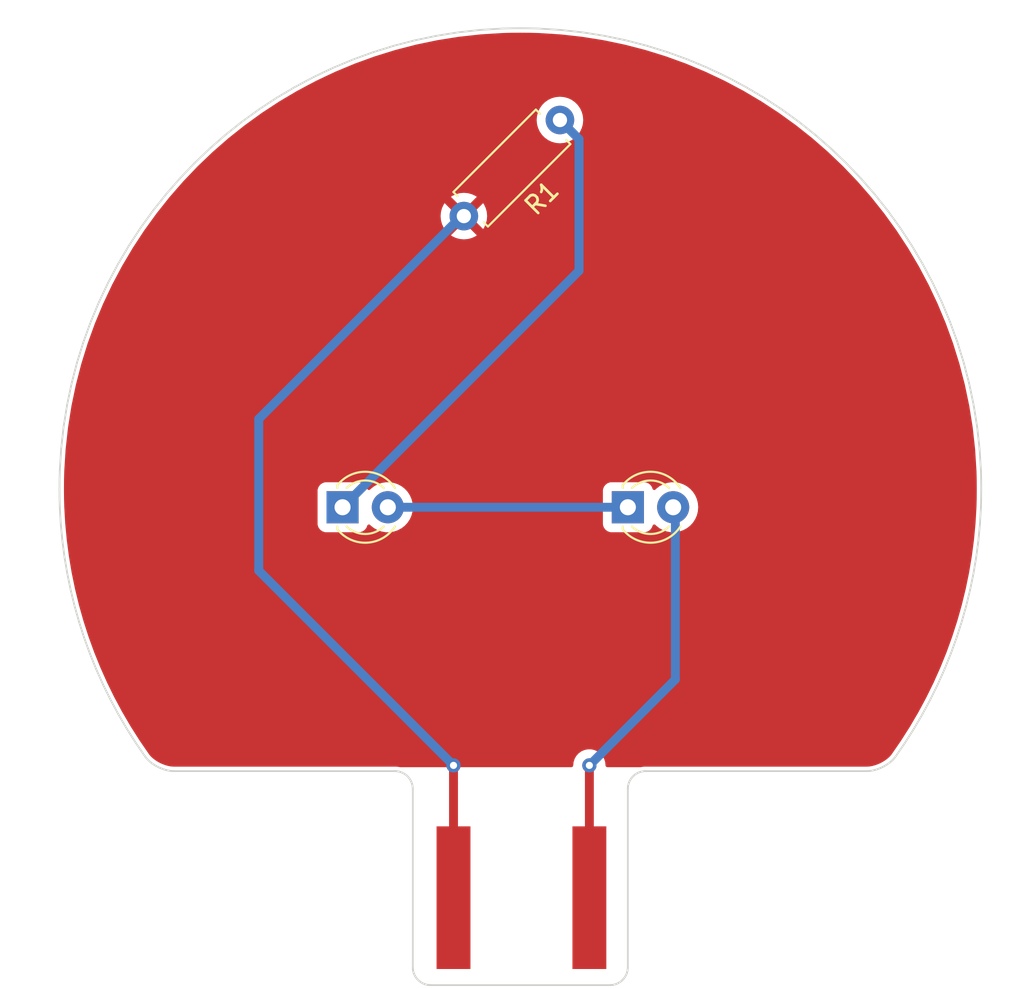
<source format=kicad_pcb>
(kicad_pcb (version 20221018) (generator pcbnew)
  (layers (0 "F.Cu" signal) (31 "B.Cu" signal) (34 "B.Paste" user) (35 "F.Paste" user) (36 "B.SilkS" user "B.Silkscreen") (37 "F.SilkS" user "F.Silkscreen") (38 "B.Mask" user) (39 "F.Mask" user) (44 "Edge.Cuts" user))
  (net 0 "")
  (net 1 "Net-(D1-K)")
  (net 2 "Net-(D1-A)")
  (net 3 "Net-(D2-A)")
  (net 4 "Net-(J1-Pin_4)")
  (footprint "LED_THT:LED_D3.0mm" (layer "F.Cu") (at 108.712 156.464)
    (fp_text reference "D2" hide)
    (fp_text value "LED_Filled" hide)
    (fp_line (start -0.29 -1.236) (end -0.29 -1.08) (stroke (width 0.12)) (layer "F.SilkS"))
    (fp_line (start -0.29 1.08) (end -0.29 1.236) (stroke (width 0.12)) (layer "F.SilkS"))
    (fp_arc (start -0.29 -1.235516) (mid 1.366487 -1.987659) (end 2.942335 -1.078608) (stroke (width 0.12)) (layer "F.SilkS"))
    (fp_arc (start 0.229039 -1.08) (mid 1.270117 -1.5) (end 2.31113 -1.079837) (stroke (width 0.12)) (layer "F.SilkS"))
    (fp_arc (start 2.31113 1.079837) (mid 1.270117 1.5) (end 0.229039 1.08) (stroke (width 0.12)) (layer "F.SilkS"))
    (fp_arc (start 2.942335 1.078608) (mid 1.366487 1.987659) (end -0.29 1.235516) (stroke (width 0.12)) (layer "F.SilkS"))
    (pad "1" thru_hole rect (at 0 0) (size 1.8 1.8) (drill 0.9) (layers "*.Cu" "*.Mask") (net 2 "Net-(D1-A)"))
    (pad "2" thru_hole circle (at 2.54 0) (size 1.8 1.8) (drill 0.9) (layers "*.Cu" "*.Mask") (net 3 "Net-(D2-A)"))
  )
  (footprint "Resistor_THT:R_Axial_DIN0207_L6.3mm_D2.5mm_P7.62mm_Horizontal" (layer "F.Cu") (at 104.902 134.747 -135)
    (fp_text reference "R1" (at 3.81 -2.37 -135) (layer "F.SilkS"))
    (fp_text value "R_US")
    (fp_line (start 0.54 -1.37) (end 7.08 -1.37) (stroke (width 0.12)) (layer "F.SilkS"))
    (fp_line (start 0.54 -1.04) (end 0.54 -1.37) (stroke (width 0.12)) (layer "F.SilkS"))
    (fp_line (start 0.54 1.04) (end 0.54 1.37) (stroke (width 0.12)) (layer "F.SilkS"))
    (fp_line (start 0.54 1.37) (end 7.08 1.37) (stroke (width 0.12)) (layer "F.SilkS"))
    (fp_line (start 7.08 -1.37) (end 7.08 -1.04) (stroke (width 0.12)) (layer "F.SilkS"))
    (fp_line (start 7.08 1.37) (end 7.08 1.04) (stroke (width 0.12)) (layer "F.SilkS"))
    (pad "1" thru_hole circle (at 0 0 225) (size 1.6 1.6) (drill 0.8) (layers "*.Cu" "*.Mask") (net 1 "Net-(D1-K)"))
    (pad "2" thru_hole oval (at 7.62 0 225) (size 1.6 1.6) (drill 0.8) (layers "*.Cu" "*.Mask") (net 4 "Net-(J1-Pin_4)"))
  )
  (footprint "LED_THT:LED_D3.0mm" (layer "F.Cu") (at 92.71 156.464)
    (fp_text reference "D1" hide)
    (fp_text value "LED_Filled" hide)
    (fp_line (start -0.29 -1.236) (end -0.29 -1.08) (stroke (width 0.12)) (layer "F.SilkS"))
    (fp_line (start -0.29 1.08) (end -0.29 1.236) (stroke (width 0.12)) (layer "F.SilkS"))
    (fp_arc (start -0.29 -1.235516) (mid 1.366487 -1.987659) (end 2.942335 -1.078608) (stroke (width 0.12)) (layer "F.SilkS"))
    (fp_arc (start 0.229039 -1.08) (mid 1.270117 -1.5) (end 2.31113 -1.079837) (stroke (width 0.12)) (layer "F.SilkS"))
    (fp_arc (start 2.31113 1.079837) (mid 1.270117 1.5) (end 0.229039 1.08) (stroke (width 0.12)) (layer "F.SilkS"))
    (fp_arc (start 2.942335 1.078608) (mid 1.366487 1.987659) (end -0.29 1.235516) (stroke (width 0.12)) (layer "F.SilkS"))
    (pad "1" thru_hole rect (at 0 0) (size 1.8 1.8) (drill 0.9) (layers "*.Cu" "*.Mask") (net 1 "Net-(D1-K)"))
    (pad "2" thru_hole circle (at 2.54 0) (size 1.8 1.8) (drill 0.9) (layers "*.Cu" "*.Mask") (net 2 "Net-(D1-A)"))
  )
  (footprint "usb_pcb_edge:usb-PCB" (layer "F.Cu") (at 102.743 183.261)
    (fp_text reference "J1" hide)
    (fp_text value "Conn_01x04_Pin" hide)
    (pad "1" connect rect (at 3.81 -4.9) (size 1.9 8) (layers "F.Cu" "F.Mask") (net 3 "Net-(D2-A)"))
    (pad "4" connect rect (at -3.81 -4.9) (size 1.9 8) (layers "F.Cu" "F.Mask") (net 4 "Net-(J1-Pin_4)"))
  )
  (gr_line (start 108.967188 171.591735) (end 109.001383 171.555804) (stroke (width 0.1)) (layer "Edge.Cuts"))
  (gr_line (start 108.665266 182.555318) (end 108.678332 182.508233) (stroke (width 0.1)) (layer "Edge.Cuts"))
  (gr_line (start 97.405295 183.234323) (end 97.453044 183.24509) (stroke (width 0.1)) (layer "Edge.Cuts"))
  (gr_line (start 76.839277 155.980119) (end 76.851589 156.447741) (stroke (width 0.1)) (layer "Edge.Cuts"))
  (gr_line (start 82.584512 171.127581) (end 82.697405 171.167367) (stroke (width 0.1)) (layer "Edge.Cuts"))
  (gr_line (start 79.050923 144.952517) (end 78.588739 146.060639) (stroke (width 0.1)) (layer "Edge.Cuts"))
  (gr_line (start 101.68289 129.615847) (end 100.426921 129.693929) (stroke (width 0.1)) (layer "Edge.Cuts"))
  (gr_line (start 96.660005 182.412152) (end 96.668438 182.460484) (stroke (width 0.1)) (layer "Edge.Cuts"))
  (gr_line (start 80.727331 141.79425) (end 80.121625 142.817915) (stroke (width 0.1)) (layer "Edge.Cuts"))
  (gr_line (start 109.237599 171.38072) (end 109.281206 171.358795) (stroke (width 0.1)) (layer "Edge.Cuts"))
  (gr_line (start 94.428732 130.942574) (end 93.295269 131.354106) (stroke (width 0.1)) (layer "Edge.Cuts"))
  (gr_line (start 95.986219 171.32147) (end 96.031729 171.339034) (stroke (width 0.1)) (layer "Edge.Cuts"))
  (gr_line (start 108.78461 171.880227) (end 108.804371 171.835626) (stroke (width 0.1)) (layer "Edge.Cuts"))
  (gr_line (start 108.70849 182.264483) (end 108.70849 172.262911) (stroke (width 0.1)) (layer "Edge.Cuts"))
  (gr_line (start 104.938422 129.693904) (end 103.682447 129.615832) (stroke (width 0.1)) (layer "Edge.Cuts"))
  (gr_line (start 108.707261 182.31407) (end 108.70849 182.264483) (stroke (width 0.1)) (layer "Edge.Cuts"))
  (gr_line (start 109.325805 171.339034) (end 109.371315 171.32147) (stroke (width 0.1)) (layer "Edge.Cuts"))
  (gr_line (start 78.177208 147.194102) (end 77.817737 148.351498) (stroke (width 0.1)) (layer "Edge.Cuts"))
  (gr_line (start 128.52676 154.915876) (end 128.515032 154.448245) (stroke (width 0.1)) (layer "Edge.Cuts"))
  (gr_line (start 108.221914 183.12262) (end 108.263291 183.096469) (stroke (width 0.1)) (layer "Edge.Cuts"))
  (gr_line (start 96.977871 183.005784) (end 97.015288 183.038018) (stroke (width 0.1)) (layer "Edge.Cuts"))
  (gr_line (start 82.052273 170.845916) (end 82.151621 170.912028) (stroke (width 0.1)) (layer "Edge.Cuts"))
  (gr_line (start 87.075849 134.837789) (end 86.149296 135.574359) (stroke (width 0.1)) (layer "Edge.Cuts"))
  (gr_line (start 97.266362 183.188361) (end 97.311872 183.205924) (stroke (width 0.1)) (layer "Edge.Cuts"))
  (gr_line (start 96.076329 171.358795) (end 96.119936 171.38072) (stroke (width 0.1)) (layer "Edge.Cuts"))
  (gr_line (start 125.673697 167.249044) (end 126.087128 166.407662) (stroke (width 0.1)) (layer "Edge.Cuts"))
  (gr_line (start 107.999325 183.221257) (end 108.045663 183.205924) (stroke (width 0.1)) (layer "Edge.Cuts"))
  (gr_line (start 97.178155 183.146674) (end 97.221763 183.168599) (stroke (width 0.1)) (layer "Edge.Cuts"))
  (gr_line (start 96.679204 182.508233) (end 96.69227 182.555318) (stroke (width 0.1)) (layer "Edge.Cuts"))
  (gr_line (start 109.153689 171.430925) (end 109.195066 171.404775) (stroke (width 0.1)) (layer "Edge.Cuts"))
  (gr_line (start 89.028879 133.4927) (end 88.036178 134.143434) (stroke (width 0.1)) (layer "Edge.Cuts"))
  (gr_line (start 81.11588 169.68268) (end 81.65081 170.460787) (stroke (width 0.1)) (layer "Edge.Cuts"))
  (gr_line (start 96.644152 172.164074) (end 96.647817 172.213325) (stroke (width 0.1)) (layer "Edge.Cuts"))
  (gr_line (start 128.104917 150.732433) (end 127.853779 149.531384) (stroke (width 0.1)) (layer "Edge.Cuts"))
  (gr_line (start 91.105769 132.327722) (end 90.052545 132.886994) (stroke (width 0.1)) (layer "Edge.Cuts"))
  (gr_line (start 107.70849 183.264483) (end 107.758077 183.263254) (stroke (width 0.1)) (layer "Edge.Cuts"))
  (gr_line (start 127.853779 149.531384) (end 127.54777 148.351456) (stroke (width 0.1)) (layer "Edge.Cuts"))
  (gr_line (start 92.187146 131.816291) (end 91.105769 132.327722) (stroke (width 0.1)) (layer "Edge.Cuts"))
  (gr_line (start 96.422582 171.629151) (end 96.452823 171.66797) (stroke (width 0.1)) (layer "Edge.Cuts"))
  (gr_line (start 128.526228 155.980119) (end 128.530498 155.447999) (stroke (width 0.1)) (layer "Edge.Cuts"))
  (gr_line (start 77.817737 148.351498) (end 77.51173 149.531421) (stroke (width 0.1)) (layer "Edge.Cuts"))
  (gr_line (start 108.697531 182.412152) (end 108.703597 182.36332) (stroke (width 0.1)) (layer "Edge.Cuts"))
  (gr_line (start 109.609651 171.267805) (end 109.658902 171.26414) (stroke (width 0.1)) (layer "Edge.Cuts"))
  (gr_line (start 108.263291 183.096469) (end 108.303429 183.068257) (stroke (width 0.1)) (layer "Edge.Cuts"))
  (gr_line (start 78.896089 165.552657) (end 79.278393 166.407655) (stroke (width 0.1)) (layer "Edge.Cuts"))
  (gr_line (start 96.653939 182.36332) (end 96.660005 182.412152) (stroke (width 0.1)) (layer "Edge.Cuts"))
  (gr_line (start 101.682947 129.615847) (end 101.68289 129.615847) (stroke (width 0.1)) (layer "Edge.Cuts"))
  (gr_line (start 108.689098 182.460484) (end 108.697531 182.412152) (stroke (width 0.1)) (layer "Edge.Cuts"))
  (gr_line (start 109.560819 171.273871) (end 109.609651 171.267805) (stroke (width 0.1)) (layer "Edge.Cuts"))
  (gr_line (start 119.216137 135.57428) (end 118.289578 134.83771) (stroke (width 0.1)) (layer "Edge.Cuts"))
  (gr_line (start 78.545216 164.684925) (end 78.896089 165.552657) (stroke (width 0.1)) (layer "Edge.Cuts"))
  (gr_line (start 76.994545 158.328289) (end 77.116945 159.260479) (stroke (width 0.1)) (layer "Edge.Cuts"))
  (gr_line (start 122.117662 171.262911) (end 122.223084 171.258839) (stroke (width 0.1)) (layer "Edge.Cuts"))
  (gr_line (start 96.390348 171.591735) (end 96.422582 171.629151) (stroke (width 0.1)) (layer "Edge.Cuts"))
  (gr_line (start 107.904491 183.24509) (end 107.952241 183.234323) (stroke (width 0.1)) (layer "Edge.Cuts"))
  (gr_line (start 96.481035 171.708108) (end 96.507186 171.749485) (stroke (width 0.1)) (layer "Edge.Cuts"))
  (gr_line (start 114.259629 132.32765) (end 113.178245 131.816222) (stroke (width 0.1)) (layer "Edge.Cuts"))
  (gr_line (start 76.905993 157.390415) (end 76.994545 158.328289) (stroke (width 0.1)) (layer "Edge.Cuts"))
  (gr_line (start 107.758077 183.263254) (end 107.807328 183.259589) (stroke (width 0.1)) (layer "Edge.Cuts"))
  (gr_line (start 109.11355 171.459137) (end 109.153689 171.430925) (stroke (width 0.1)) (layer "Edge.Cuts"))
  (gr_line (start 108.70849 172.262911) (end 108.709719 172.213325) (stroke (width 0.1)) (layer "Edge.Cuts"))
  (gr_line (start 97.649046 183.264483) (end 107.70849 183.264483) (stroke (width 0.1)) (layer "Edge.Cuts"))
  (gr_line (start 108.512267 182.859425) (end 108.54048 182.819286) (stroke (width 0.1)) (layer "Edge.Cuts"))
  (gr_line (start 109.512487 171.282304) (end 109.560819 171.273871) (stroke (width 0.1)) (layer "Edge.Cuts"))
  (gr_line (start 108.482027 182.898243) (end 108.512267 182.859425) (stroke (width 0.1)) (layer "Edge.Cuts"))
  (gr_line (start 97.358211 183.221257) (end 97.405295 183.234323) (stroke (width 0.1)) (layer "Edge.Cuts"))
  (gr_line (start 96.649046 172.262911) (end 96.649046 182.264483) (stroke (width 0.1)) (layer "Edge.Cuts"))
  (gr_line (start 126.31457 144.952461) (end 125.803134 143.87108) (stroke (width 0.1)) (layer "Edge.Cuts"))
  (gr_line (start 125.243858 142.817852) (end 124.638147 141.794183) (stroke (width 0.1)) (layer "Edge.Cuts"))
  (gr_line (start 107.807328 183.259589) (end 107.85616 183.253523) (stroke (width 0.1)) (layer "Edge.Cuts"))
  (gr_line (start 97.094245 183.096469) (end 97.135622 183.12262) (stroke (width 0.1)) (layer "Edge.Cuts"))
  (gr_line (start 108.649934 182.601657) (end 108.665266 182.555318) (stroke (width 0.1)) (layer "Edge.Cuts"))
  (gr_line (start 97.599459 183.263254) (end 97.649046 183.264483) (stroke (width 0.1)) (layer "Edge.Cuts"))
  (gr_line (start 97.054106 183.068257) (end 97.094245 183.096469) (stroke (width 0.1)) (layer "Edge.Cuts"))
  (gr_line (start 96.766051 130.277095) (end 95.586128 130.583102) (stroke (width 0.1)) (layer "Edge.Cuts"))
  (gr_line (start 82.697405 171.167367) (end 82.810486 171.200762) (stroke (width 0.1)) (layer "Edge.Cuts"))
  (gr_line (start 96.744926 182.691768) (end 96.766851 182.735376) (stroke (width 0.1)) (layer "Edge.Cuts"))
  (gr_line (start 97.453044 183.24509) (end 97.501376 183.253523) (stroke (width 0.1)) (layer "Edge.Cuts"))
  (gr_line (start 108.713383 172.164074) (end 108.719449 172.115242) (stroke (width 0.1)) (layer "Edge.Cuts"))
  (gr_line (start 85.257928 136.351739) (end 84.40315 137.16852) (stroke (width 0.1)) (layer "Edge.Cuts"))
  (gr_line (start 95.892796 171.293071) (end 95.939881 171.306138) (stroke (width 0.1)) (layer "Edge.Cuts"))
  (gr_line (start 123.714716 170.460787) (end 124.249645 169.682682) (stroke (width 0.1)) (layer "Edge.Cuts"))
  (gr_line (start 128.459526 157.390416) (end 128.513933 156.447741) (stroke (width 0.1)) (layer "Edge.Cuts"))
  (gr_line (start 115.31286 132.886919) (end 114.259629 132.32765) (stroke (width 0.1)) (layer "Edge.Cuts"))
  (gr_line (start 81.788976 170.62425) (end 81.87011 170.701652) (stroke (width 0.1)) (layer "Edge.Cuts"))
  (gr_line (start 76.851589 156.447741) (end 76.905993 157.390415) (stroke (width 0.1)) (layer "Edge.Cuts"))
  (gr_line (start 108.934953 171.629151) (end 108.967188 171.591735) (stroke (width 0.1)) (layer "Edge.Cuts"))
  (gr_line (start 120.107512 136.351659) (end 119.216137 135.57428) (stroke (width 0.1)) (layer "Edge.Cuts"))
  (gr_line (start 77.51173 149.531421) (end 77.260596 150.732465) (stroke (width 0.1)) (layer "Edge.Cuts"))
  (gr_line (start 96.356153 171.555804) (end 96.390348 171.591735) (stroke (width 0.1)) (layer "Edge.Cuts"))
  (gr_line (start 97.015288 183.038018) (end 97.054106 183.068257) (stroke (width 0.1)) (layer "Edge.Cuts"))
  (gr_line (start 83.247863 171.262911) (end 95.649046 171.262911) (stroke (width 0.1)) (layer "Edge.Cuts"))
  (gr_line (start 82.808989 138.914667) (end 82.072419 139.841219) (stroke (width 0.1)) (layer "Edge.Cuts"))
  (gr_line (start 125.229438 168.075929) (end 125.673697 167.249044) (stroke (width 0.1)) (layer "Edge.Cuts"))
  (gr_line (start 108.703597 182.36332) (end 108.707261 182.31407) (stroke (width 0.1)) (layer "Edge.Cuts"))
  (gr_line (start 102.150579 129.604028) (end 101.682947 129.615847) (stroke (width 0.1)) (layer "Edge.Cuts"))
  (gr_line (start 108.709719 172.213325) (end 108.713383 172.164074) (stroke (width 0.1)) (layer "Edge.Cuts"))
  (gr_line (start 96.668438 182.460484) (end 96.679204 182.508233) (stroke (width 0.1)) (layer "Edge.Cuts"))
  (gr_line (start 96.119936 171.38072) (end 96.162469 171.404775) (stroke (width 0.1)) (layer "Edge.Cuts"))
  (gr_line (start 77.06574 151.953224) (end 76.928569 153.192291) (stroke (width 0.1)) (layer "Edge.Cuts"))
  (gr_line (start 118.289578 134.83771) (end 117.329241 134.143355) (stroke (width 0.1)) (layer "Edge.Cuts"))
  (gr_line (start 102.682701 129.600087) (end 102.150579 129.604028) (stroke (width 0.1)) (layer "Edge.Cuts"))
  (gr_line (start 108.804371 171.835626) (end 108.826295 171.792019) (stroke (width 0.1)) (layer "Edge.Cuts"))
  (gr_line (start 82.151621 170.912028) (end 82.25536 170.973627) (stroke (width 0.1)) (layer "Edge.Cuts"))
  (gr_line (start 96.243985 171.459137) (end 96.282804 171.489377) (stroke (width 0.1)) (layer "Edge.Cuts"))
  (gr_line (start 123.213905 170.912028) (end 123.313254 170.845916) (stroke (width 0.1)) (layer "Edge.Cuts"))
  (gr_line (start 77.462077 161.104286) (end 77.684205 162.014139) (stroke (width 0.1)) (layer "Edge.Cuts"))
  (gr_line (start 96.629654 172.066911) (end 96.638087 172.115242) (stroke (width 0.1)) (layer "Edge.Cuts"))
  (gr_line (start 122.55504 171.200762) (end 122.668121 171.167367) (stroke (width 0.1)) (layer "Edge.Cuts"))
  (gr_line (start 96.647817 172.213325) (end 96.649046 172.262911) (stroke (width 0.1)) (layer "Edge.Cuts"))
  (gr_line (start 96.707602 182.601657) (end 96.725165 182.647168) (stroke (width 0.1)) (layer "Edge.Cuts"))
  (gr_line (start 108.738649 172.019161) (end 108.751715 171.972076) (stroke (width 0.1)) (layer "Edge.Cuts"))
  (gr_line (start 82.072419 139.841219) (end 81.378064 140.801549) (stroke (width 0.1)) (layer "Edge.Cuts"))
  (gr_line (start 122.442613 171.227389) (end 122.55504 171.200762) (stroke (width 0.1)) (layer "Edge.Cuts"))
  (gr_line (start 123.57655 170.62425) (end 123.64993 170.543837) (stroke (width 0.1)) (layer "Edge.Cuts"))
  (gr_line (start 95.698633 171.26414) (end 95.747883 171.267805) (stroke (width 0.1)) (layer "Edge.Cuts"))
  (gr_line (start 96.618887 172.019161) (end 96.629654 172.066911) (stroke (width 0.1)) (layer "Edge.Cuts"))
  (gr_line (start 128.092626 160.186107) (end 128.248571 159.26048) (stroke (width 0.1)) (layer "Edge.Cuts"))
  (gr_line (start 123.64993 170.543837) (end 123.714716 170.460787) (stroke (width 0.1)) (layer "Edge.Cuts"))
  (gr_line (start 108.17938 183.146674) (end 108.221914 183.12262) (stroke (width 0.1)) (layer "Edge.Cuts"))
  (gr_line (start 127.54777 148.351456) (end 127.188294 147.194055) (stroke (width 0.1)) (layer "Edge.Cuts"))
  (gr_line (start 96.553165 171.835626) (end 96.572926 171.880227) (stroke (width 0.1)) (layer "Edge.Cuts"))
  (gr_line (start 116.336533 133.492623) (end 115.31286 132.886919) (stroke (width 0.1)) (layer "Edge.Cuts"))
  (gr_line (start 108.632371 182.647168) (end 108.649934 182.601657) (stroke (width 0.1)) (layer "Edge.Cuts"))
  (gr_line (start 123.110167 170.973627) (end 123.213905 170.912028) (stroke (width 0.1)) (layer "Edge.Cuts"))
  (gr_line (start 108.415598 182.971591) (end 108.449792 182.935659) (stroke (width 0.1)) (layer "Edge.Cuts"))
  (gr_line (start 97.311872 183.205924) (end 97.358211 183.221257) (stroke (width 0.1)) (layer "Edge.Cuts"))
  (gr_line (start 81.682076 170.502618) (end 81.715596 170.543837) (stroke (width 0.1)) (layer "Edge.Cuts"))
  (gr_line (start 109.195066 171.404775) (end 109.237599 171.38072) (stroke (width 0.1)) (layer "Edge.Cuts"))
  (gr_line (start 96.941938 182.971591) (end 96.977871 183.005784) (stroke (width 0.1)) (layer "Edge.Cuts"))
  (gr_line (start 82.25536 170.973627) (end 82.362649 171.030335) (stroke (width 0.1)) (layer "Edge.Cuts"))
  (gr_line (start 108.719449 172.115242) (end 108.727882 172.066911) (stroke (width 0.1)) (layer "Edge.Cuts"))
  (gr_line (start 81.87011 170.701652) (end 81.958156 170.775666) (stroke (width 0.1)) (layer "Edge.Cuts"))
  (gr_line (start 97.135622 183.12262) (end 97.178155 183.146674) (stroke (width 0.1)) (layer "Edge.Cuts"))
  (gr_line (start 108.449792 182.935659) (end 108.482027 182.898243) (stroke (width 0.1)) (layer "Edge.Cuts"))
  (gr_line (start 96.638087 172.115242) (end 96.644152 172.164074) (stroke (width 0.1)) (layer "Edge.Cuts"))
  (gr_line (start 108.54048 182.819286) (end 108.56663 182.777909) (stroke (width 0.1)) (layer "Edge.Cuts"))
  (gr_line (start 109.779242 130.583047) (end 108.599312 130.277046) (stroke (width 0.1)) (layer "Edge.Cuts"))
  (gr_line (start 108.826295 171.792019) (end 108.85035 171.749485) (stroke (width 0.1)) (layer "Edge.Cuts"))
  (gr_line (start 96.649046 182.264483) (end 96.650275 182.31407) (stroke (width 0.1)) (layer "Edge.Cuts"))
  (gr_line (start 128.370972 158.328289) (end 128.459526 157.390416) (stroke (width 0.1)) (layer "Edge.Cuts"))
  (gr_line (start 107.85616 183.253523) (end 107.904491 183.24509) (stroke (width 0.1)) (layer "Edge.Cuts"))
  (gr_line (start 82.472646 171.081778) (end 82.584512 171.127581) (stroke (width 0.1)) (layer "Edge.Cuts"))
  (gr_line (start 106.177496 129.831069) (end 104.938422 129.693904) (stroke (width 0.1)) (layer "Edge.Cuts"))
  (gr_line (start 82.810486 171.200762) (end 82.922912 171.227389) (stroke (width 0.1)) (layer "Edge.Cuts"))
  (gr_line (start 77.272889 160.186105) (end 77.462077 161.104286) (stroke (width 0.1)) (layer "Edge.Cuts"))
  (gr_line (start 124.249645 169.682682) (end 124.754653 168.887436) (stroke (width 0.1)) (layer "Edge.Cuts"))
  (gr_line (start 108.727882 172.066911) (end 108.738649 172.019161) (stroke (width 0.1)) (layer "Edge.Cuts"))
  (gr_line (start 103.214821 129.604022) (end 102.682701 129.600087) (stroke (width 0.1)) (layer "Edge.Cuts"))
  (gr_line (start 122.668121 171.167367) (end 122.781014 171.127581) (stroke (width 0.1)) (layer "Edge.Cuts"))
  (gr_line (start 86.149296 135.574359) (end 85.257928 136.351739) (stroke (width 0.1)) (layer "Edge.Cuts"))
  (gr_line (start 123.002878 171.030335) (end 123.110167 170.973627) (stroke (width 0.1)) (layer "Edge.Cuts"))
  (gr_line (start 103.682447 129.615832) (end 103.214821 129.604022) (stroke (width 0.1)) (layer "Edge.Cuts"))
  (gr_line (start 108.045663 183.205924) (end 108.091173 183.188361) (stroke (width 0.1)) (layer "Edge.Cuts"))
  (gr_line (start 108.678332 182.508233) (end 108.689098 182.460484) (stroke (width 0.1)) (layer "Edge.Cuts"))
  (gr_line (start 96.875509 182.898243) (end 96.907744 182.935659) (stroke (width 0.1)) (layer "Edge.Cuts"))
  (gr_line (start 128.248571 159.26048) (end 128.370972 158.328289) (stroke (width 0.1)) (layer "Edge.Cuts"))
  (gr_line (start 90.052545 132.886994) (end 89.028879 133.4927) (stroke (width 0.1)) (layer "Edge.Cuts"))
  (gr_line (start 109.074732 171.489377) (end 109.11355 171.459137) (stroke (width 0.1)) (layer "Edge.Cuts"))
  (gr_line (start 96.766851 182.735376) (end 96.790906 182.777909) (stroke (width 0.1)) (layer "Edge.Cuts"))
  (gr_line (start 127.68131 162.014143) (end 127.903438 161.104289) (stroke (width 0.1)) (layer "Edge.Cuts"))
  (gr_line (start 108.8765 171.708108) (end 108.904713 171.66797) (stroke (width 0.1)) (layer "Edge.Cuts"))
  (gr_line (start 128.436949 153.19227) (end 128.299775 151.953197) (stroke (width 0.1)) (layer "Edge.Cuts"))
  (gr_line (start 88.036178 134.143434) (end 87.075849 134.837789) (stroke (width 0.1)) (layer "Edge.Cuts"))
  (gr_line (start 99.187854 129.831102) (end 97.967095 130.025959) (stroke (width 0.1)) (layer "Edge.Cuts"))
  (gr_line (start 80.121625 142.817915) (end 79.562354 143.87114) (stroke (width 0.1)) (layer "Edge.Cuts"))
  (gr_line (start 109.037315 171.52161) (end 109.074732 171.489377) (stroke (width 0.1)) (layer "Edge.Cuts"))
  (gr_line (start 95.796716 171.273871) (end 95.845047 171.282304) (stroke (width 0.1)) (layer "Edge.Cuts"))
  (gr_line (start 96.790906 182.777909) (end 96.817056 182.819286) (stroke (width 0.1)) (layer "Edge.Cuts"))
  (gr_line (start 96.320221 171.52161) (end 96.356153 171.555804) (stroke (width 0.1)) (layer "Edge.Cuts"))
  (gr_line (start 121.779085 138.023222) (end 120.962297 137.168442) (stroke (width 0.1)) (layer "Edge.Cuts"))
  (gr_line (start 95.586128 130.583102) (end 94.428732 130.942574) (stroke (width 0.1)) (layer "Edge.Cuts"))
  (gr_line (start 81.65081 170.460787) (end 81.682076 170.502618) (stroke (width 0.1)) (layer "Edge.Cuts"))
  (gr_line (start 96.650275 182.31407) (end 96.653939 182.36332) (stroke (width 0.1)) (layer "Edge.Cuts"))
  (gr_line (start 96.907744 182.935659) (end 96.941938 182.971591) (stroke (width 0.1)) (layer "Edge.Cuts"))
  (gr_line (start 96.69227 182.555318) (end 96.707602 182.601657) (stroke (width 0.1)) (layer "Edge.Cuts"))
  (gr_line (start 123.495417 170.701652) (end 123.57655 170.62425) (stroke (width 0.1)) (layer "Edge.Cuts"))
  (gr_line (start 107.398261 130.025918) (end 106.177496 129.831069) (stroke (width 0.1)) (layer "Edge.Cuts"))
  (gr_line (start 125.803134 143.87108) (end 125.243858 142.817852) (stroke (width 0.1)) (layer "Edge.Cuts"))
  (gr_line (start 108.135773 183.168599) (end 108.17938 183.146674) (stroke (width 0.1)) (layer "Edge.Cuts"))
  (gr_line (start 79.278393 166.407655) (end 79.691826 167.249038) (stroke (width 0.1)) (layer "Edge.Cuts"))
  (gr_line (start 122.781014 171.127581) (end 122.89288 171.081778) (stroke (width 0.1)) (layer "Edge.Cuts"))
  (gr_line (start 122.89288 171.081778) (end 123.002878 171.030335) (stroke (width 0.1)) (layer "Edge.Cuts"))
  (gr_line (start 96.605821 171.972076) (end 96.618887 172.019161) (stroke (width 0.1)) (layer "Edge.Cuts"))
  (gr_line (start 126.776759 146.060588) (end 126.31457 144.952461) (stroke (width 0.1)) (layer "Edge.Cuts"))
  (gr_line (start 108.303429 183.068257) (end 108.342248 183.038018) (stroke (width 0.1)) (layer "Edge.Cuts"))
  (gr_line (start 123.293047 139.841146) (end 122.556471 138.914592) (stroke (width 0.1)) (layer "Edge.Cuts"))
  (gr_line (start 123.987408 140.801479) (end 123.293047 139.841146) (stroke (width 0.1)) (layer "Edge.Cuts"))
  (gr_line (start 109.417653 171.306138) (end 109.464738 171.293071) (stroke (width 0.1)) (layer "Edge.Cuts"))
  (gr_line (start 109.464738 171.293071) (end 109.512487 171.282304) (stroke (width 0.1)) (layer "Edge.Cuts"))
  (gr_line (start 97.221763 183.168599) (end 97.266362 183.188361) (stroke (width 0.1)) (layer "Edge.Cuts"))
  (gr_line (start 96.282804 171.489377) (end 96.320221 171.52161) (stroke (width 0.1)) (layer "Edge.Cuts"))
  (gr_line (start 112.070115 131.354041) (end 110.936645 130.942514) (stroke (width 0.1)) (layer "Edge.Cuts"))
  (gr_line (start 126.820302 164.684931) (end 127.13944 163.805346) (stroke (width 0.1)) (layer "Edge.Cuts"))
  (gr_line (start 127.903438 161.104289) (end 128.092626 160.186107) (stroke (width 0.1)) (layer "Edge.Cuts"))
  (gr_line (start 123.407371 170.775666) (end 123.495417 170.701652) (stroke (width 0.1)) (layer "Edge.Cuts"))
  (gr_line (start 108.767046 171.925737) (end 108.78461 171.880227) (stroke (width 0.1)) (layer "Edge.Cuts"))
  (gr_line (start 123.313254 170.845916) (end 123.407371 170.775666) (stroke (width 0.1)) (layer "Edge.Cuts"))
  (gr_line (start 110.936645 130.942514) (end 109.779242 130.583047) (stroke (width 0.1)) (layer "Edge.Cuts"))
  (gr_line (start 77.938973 162.914785) (end 78.226077 163.80534) (stroke (width 0.1)) (layer "Edge.Cuts"))
  (gr_line (start 108.379665 183.005784) (end 108.415598 182.971591) (stroke (width 0.1)) (layer "Edge.Cuts"))
  (gr_line (start 81.715596 170.543837) (end 81.788976 170.62425) (stroke (width 0.1)) (layer "Edge.Cuts"))
  (gr_line (start 108.85035 171.749485) (end 108.8765 171.708108) (stroke (width 0.1)) (layer "Edge.Cuts"))
  (gr_line (start 78.588739 146.060639) (end 78.177208 147.194102) (stroke (width 0.1)) (layer "Edge.Cuts"))
  (gr_line (start 95.649046 171.262911) (end 95.698633 171.26414) (stroke (width 0.1)) (layer "Edge.Cuts"))
  (gr_line (start 96.452823 171.66797) (end 96.481035 171.708108) (stroke (width 0.1)) (layer "Edge.Cuts"))
  (gr_line (start 100.426921 129.693929) (end 99.187854 129.831102) (stroke (width 0.1)) (layer "Edge.Cuts"))
  (gr_line (start 83.586368 138.023299) (end 82.808989 138.914667) (stroke (width 0.1)) (layer "Edge.Cuts"))
  (gr_line (start 97.550208 183.259589) (end 97.599459 183.263254) (stroke (width 0.1)) (layer "Edge.Cuts"))
  (gr_line (start 109.281206 171.358795) (end 109.325805 171.339034) (stroke (width 0.1)) (layer "Edge.Cuts"))
  (gr_line (start 96.725165 182.647168) (end 96.744926 182.691768) (stroke (width 0.1)) (layer "Edge.Cuts"))
  (gr_line (start 122.331681 171.246873) (end 122.442613 171.227389) (stroke (width 0.1)) (layer "Edge.Cuts"))
  (gr_line (start 127.13944 163.805346) (end 127.426544 162.91479) (stroke (width 0.1)) (layer "Edge.Cuts"))
  (gr_line (start 96.507186 171.749485) (end 96.53124 171.792019) (stroke (width 0.1)) (layer "Edge.Cuts"))
  (gr_line (start 109.70849 171.262911) (end 122.117662 171.262911) (stroke (width 0.1)) (layer "Edge.Cuts"))
  (gr_line (start 128.515032 154.448245) (end 128.436949 153.19227) (stroke (width 0.1)) (layer "Edge.Cuts"))
  (gr_line (start 83.142442 171.258839) (end 83.247863 171.262911) (stroke (width 0.1)) (layer "Edge.Cuts"))
  (gr_line (start 78.226077 163.80534) (end 78.545216 164.684925) (stroke (width 0.1)) (layer "Edge.Cuts"))
  (gr_line (start 128.299775 151.953197) (end 128.104917 150.732433) (stroke (width 0.1)) (layer "Edge.Cuts"))
  (gr_line (start 96.162469 171.404775) (end 96.203846 171.430925) (stroke (width 0.1)) (layer "Edge.Cuts"))
  (gr_line (start 127.426544 162.91479) (end 127.68131 162.014143) (stroke (width 0.1)) (layer "Edge.Cuts"))
  (gr_line (start 108.091173 183.188361) (end 108.135773 183.168599) (stroke (width 0.1)) (layer "Edge.Cuts"))
  (gr_line (start 120.962297 137.168442) (end 120.107512 136.351659) (stroke (width 0.1)) (layer "Edge.Cuts"))
  (gr_line (start 76.835 155.448) (end 76.839277 155.980119) (stroke (width 0.1)) (layer "Edge.Cuts"))
  (gr_line (start 108.56663 182.777909) (end 108.590685 182.735376) (stroke (width 0.1)) (layer "Edge.Cuts"))
  (gr_line (start 96.59049 171.925737) (end 96.605821 171.972076) (stroke (width 0.1)) (layer "Edge.Cuts"))
  (gr_line (start 124.754653 168.887436) (end 125.229438 168.075929) (stroke (width 0.1)) (layer "Edge.Cuts"))
  (gr_line (start 127.188294 147.194055) (end 126.776759 146.060588) (stroke (width 0.1)) (layer "Edge.Cuts"))
  (gr_line (start 108.599312 130.277046) (end 107.398261 130.025918) (stroke (width 0.1)) (layer "Edge.Cuts"))
  (gr_line (start 82.362649 171.030335) (end 82.472646 171.081778) (stroke (width 0.1)) (layer "Edge.Cuts"))
  (gr_line (start 93.295269 131.354106) (end 92.187146 131.816291) (stroke (width 0.1)) (layer "Edge.Cuts"))
  (gr_line (start 76.838742 154.915882) (end 76.835 155.448) (stroke (width 0.1)) (layer "Edge.Cuts"))
  (gr_line (start 124.638147 141.794183) (end 123.987408 140.801479) (stroke (width 0.1)) (layer "Edge.Cuts"))
  (gr_line (start 80.610871 168.887431) (end 81.11588 169.68268) (stroke (width 0.1)) (layer "Edge.Cuts"))
  (gr_line (start 108.904713 171.66797) (end 108.934953 171.629151) (stroke (width 0.1)) (layer "Edge.Cuts"))
  (gr_line (start 109.658902 171.26414) (end 109.70849 171.262911) (stroke (width 0.1)) (layer "Edge.Cuts"))
  (gr_line (start 96.203846 171.430925) (end 96.243985 171.459137) (stroke (width 0.1)) (layer "Edge.Cuts"))
  (gr_line (start 82.922912 171.227389) (end 83.033845 171.246873) (stroke (width 0.1)) (layer "Edge.Cuts"))
  (gr_line (start 84.40315 137.16852) (end 83.586368 138.023299) (stroke (width 0.1)) (layer "Edge.Cuts"))
  (gr_line (start 95.939881 171.306138) (end 95.986219 171.32147) (stroke (width 0.1)) (layer "Edge.Cuts"))
  (gr_line (start 81.958156 170.775666) (end 82.052273 170.845916) (stroke (width 0.1)) (layer "Edge.Cuts"))
  (gr_line (start 96.817056 182.819286) (end 96.845269 182.859425) (stroke (width 0.1)) (layer "Edge.Cuts"))
  (gr_line (start 77.260596 150.732465) (end 77.06574 151.953224) (stroke (width 0.1)) (layer "Edge.Cuts"))
  (gr_line (start 122.556471 138.914592) (end 121.779085 138.023222) (stroke (width 0.1)) (layer "Edge.Cuts"))
  (gr_line (start 79.691826 167.249038) (end 80.136086 168.075924) (stroke (width 0.1)) (layer "Edge.Cuts"))
  (gr_line (start 108.751715 171.972076) (end 108.767046 171.925737) (stroke (width 0.1)) (layer "Edge.Cuts"))
  (gr_line (start 83.033845 171.246873) (end 83.142442 171.258839) (stroke (width 0.1)) (layer "Edge.Cuts"))
  (gr_line (start 80.136086 168.075924) (end 80.610871 168.887431) (stroke (width 0.1)) (layer "Edge.Cuts"))
  (gr_line (start 117.329241 134.143355) (end 116.336533 133.492623) (stroke (width 0.1)) (layer "Edge.Cuts"))
  (gr_line (start 122.223084 171.258839) (end 122.331681 171.246873) (stroke (width 0.1)) (layer "Edge.Cuts"))
  (gr_line (start 109.001383 171.555804) (end 109.037315 171.52161) (stroke (width 0.1)) (layer "Edge.Cuts"))
  (gr_line (start 77.116945 159.260479) (end 77.272889 160.186105) (stroke (width 0.1)) (layer "Edge.Cuts"))
  (gr_line (start 107.952241 183.234323) (end 107.999325 183.221257) (stroke (width 0.1)) (layer "Edge.Cuts"))
  (gr_line (start 97.967095 130.025959) (end 96.766051 130.277095) (stroke (width 0.1)) (layer "Edge.Cuts"))
  (gr_line (start 81.378064 140.801549) (end 80.727331 141.79425) (stroke (width 0.1)) (layer "Edge.Cuts"))
  (gr_line (start 77.684205 162.014139) (end 77.938973 162.914785) (stroke (width 0.1)) (layer "Edge.Cuts"))
  (gr_line (start 76.928569 153.192291) (end 76.850488 154.44826) (stroke (width 0.1)) (layer "Edge.Cuts"))
  (gr_line (start 108.590685 182.735376) (end 108.61261 182.691768) (stroke (width 0.1)) (layer "Edge.Cuts"))
  (gr_line (start 108.342248 183.038018) (end 108.379665 183.005784) (stroke (width 0.1)) (layer "Edge.Cuts"))
  (gr_line (start 95.747883 171.267805) (end 95.796716 171.273871) (stroke (width 0.1)) (layer "Edge.Cuts"))
  (gr_line (start 113.178245 131.816222) (end 112.070115 131.354041) (stroke (width 0.1)) (layer "Edge.Cuts"))
  (gr_line (start 126.469431 165.552663) (end 126.820302 164.684931) (stroke (width 0.1)) (layer "Edge.Cuts"))
  (gr_line (start 109.371315 171.32147) (end 109.417653 171.306138) (stroke (width 0.1)) (layer "Edge.Cuts"))
  (gr_line (start 96.845269 182.859425) (end 96.875509 182.898243) (stroke (width 0.1)) (layer "Edge.Cuts"))
  (gr_line (start 96.53124 171.792019) (end 96.553165 171.835626) (stroke (width 0.1)) (layer "Edge.Cuts"))
  (gr_line (start 95.845047 171.282304) (end 95.892796 171.293071) (stroke (width 0.1)) (layer "Edge.Cuts"))
  (gr_line (start 96.031729 171.339034) (end 96.076329 171.358795) (stroke (width 0.1)) (layer "Edge.Cuts"))
  (gr_line (start 126.087128 166.407662) (end 126.469431 165.552663) (stroke (width 0.1)) (layer "Edge.Cuts"))
  (gr_line (start 76.850488 154.44826) (end 76.838742 154.915882) (stroke (width 0.1)) (layer "Edge.Cuts"))
  (gr_line (start 108.61261 182.691768) (end 108.632371 182.647168) (stroke (width 0.1)) (layer "Edge.Cuts"))
  (gr_line (start 79.562354 143.87114) (end 79.050923 144.952517) (stroke (width 0.1)) (layer "Edge.Cuts"))
  (gr_line (start 128.513933 156.447741) (end 128.526228 155.980119) (stroke (width 0.1)) (layer "Edge.Cuts"))
  (gr_line (start 128.530498 155.447999) (end 128.52676 154.915876) (stroke (width 0.1)) (layer "Edge.Cuts"))
  (gr_line (start 97.501376 183.253523) (end 97.550208 183.259589) (stroke (width 0.1)) (layer "Edge.Cuts"))
  (gr_line (start 96.572926 171.880227) (end 96.59049 171.925737) (stroke (width 0.1)) (layer "Edge.Cuts"))
  (segment (start 92.71 156.464) (end 105.972154 143.201846) (width 0.5) (layer "B.Cu") (net 1))
  (segment (start 105.972154 135.817154) (end 104.902 134.747) (width 0.5) (layer "B.Cu") (net 1))
  (segment (start 105.972154 143.201846) (end 105.972154 135.817154) (width 0.5) (layer "B.Cu") (net 1))
  (segment (start 108.712 156.464) (end 95.25 156.464) (width 0.5) (layer "B.Cu") (net 2))
  (segment (start 106.553 178.361) (end 106.553 170.942) (width 0.5) (layer "F.Cu") (net 3))
  (via (at 106.553 170.942) (size 0.8) (drill 0.4) (layers "F.Cu" "B.Cu") (net 3))
  (segment (start 106.553 170.942) (end 111.374 166.121) (width 0.5) (layer "B.Cu") (net 3))
  (segment (start 111.374 166.121) (end 111.374 156.586) (width 0.5) (layer "B.Cu") (net 3))
  (segment (start 111.374 156.586) (end 111.252 156.464) (width 0.5) (layer "B.Cu") (net 3))
  (segment (start 98.933 170.942) (end 98.933 178.361) (width 0.5) (layer "F.Cu") (net 4))
  (via (at 98.933 170.942) (size 0.8) (drill 0.4) (layers "F.Cu" "B.Cu") (net 4))
  (segment (start 99.386846 140.135154) (end 88.011 151.511) (width 0.5) (layer "B.Cu") (net 4))
  (segment (start 88.011 160.02) (end 98.933 170.942) (width 0.5) (layer "B.Cu") (net 4))
  (segment (start 99.513846 140.135154) (end 99.386846 140.135154) (width 0.5) (layer "B.Cu") (net 4))
  (segment (start 88.011 151.511) (end 88.011 160.02) (width 0.5) (layer "B.Cu") (net 4))
  (zone (net 4) (net_name "Net-(J1-Pin_4)") (layer "F.Cu") (connect_pads (clearance 0.5)) (min_thickness 0.2) (fill yes (thermal_gap 0.5) (thermal_bridge_width 0.5))
    (polygon (pts (xy 73.533 128.016) (xy 73.49875 171.042343) (xy 130.90275 171.042343) (xy 130.937 128.016)))
  )
)
</source>
